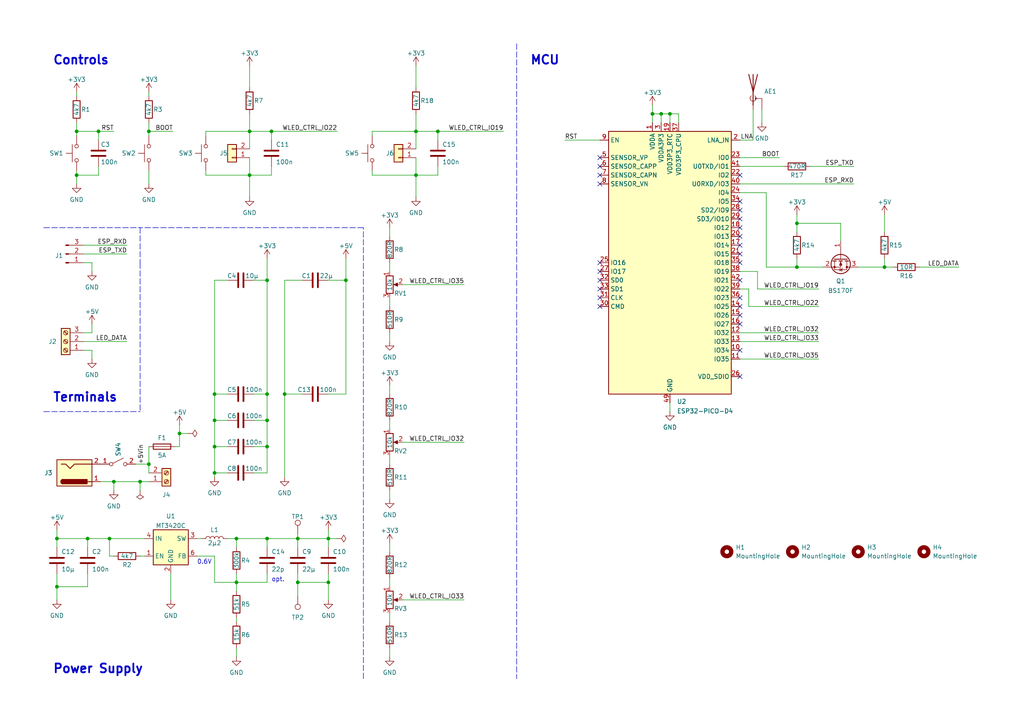
<source format=kicad_sch>
(kicad_sch (version 20211123) (generator eeschema)
  (paper "A4")
  (title_block (title "ESP32 WLED Advanced PCB") (date "2022-02-05") (rev "1.3") (comment 1 "23.02.2022 - Rev 1.3: Änderung der GPIOs für Analog-Eingänge, zweiter Taster"))
  (lib_symbols
    (symbol "Connector:Barrel_Jack" (pin_names (offset 1.016))
      (property "Reference" "J" (at 0 5.334 0))
      (property "Value" "Barrel_Jack" (at 0 -5.08 0))
      (symbol "Barrel_Jack_0_1"
        (rectangle (start -5.08 3.81) (end 5.08 -3.81) (stroke (width 0.254)) (fill (type background)))
        (arc (start -3.302 3.175) (mid -3.937 2.54) (end -3.302 1.905) (stroke (width 0.254)))
        (arc (start -3.302 3.175) (mid -3.937 2.54) (end -3.302 1.905) (stroke (width 0.254)) (fill (type outline)))
        (polyline (pts (xy 5.08 2.54) (xy 3.81 2.54)) (stroke (width 0.254)))
        (polyline (pts (xy -3.81 -2.54) (xy -2.54 -2.54) (xy -1.27 -1.27) (xy 0 -2.54) (xy 2.54 -2.54) (xy 5.08 -2.54)) (stroke (width 0.254)))
        (rectangle (start 3.683 3.175) (end -3.302 1.905) (stroke (width 0.254)) (fill (type outline)))
      )
      (symbol "Barrel_Jack_1_1"
        (pin passive line (at 7.62 2.54 180) (length 2.54) (name "~") (number "1"))
        (pin passive line (at 7.62 -2.54 180) (length 2.54) (name "~") (number "2"))
      )
    )
    (symbol "Connector:Conn_01x03_Male" (pin_names (offset 1.016) hide)
      (property "Reference" "J" (at 0 5.08 0))
      (property "Value" "Conn_01x03_Male" (at 0 -5.08 0))
      (symbol "Conn_01x03_Male_1_1"
        (polyline (pts (xy 1.27 -2.54) (xy 0.8636 -2.54)) (stroke (width 0.1524)))
        (polyline (pts (xy 1.27 0) (xy 0.8636 0)) (stroke (width 0.1524)))
        (polyline (pts (xy 1.27 2.54) (xy 0.8636 2.54)) (stroke (width 0.1524)))
        (rectangle (start 0.8636 -2.413) (end 0 -2.667) (stroke (width 0.1524)) (fill (type outline)))
        (rectangle (start 0.8636 0.127) (end 0 -0.127) (stroke (width 0.1524)) (fill (type outline)))
        (rectangle (start 0.8636 2.667) (end 0 2.413) (stroke (width 0.1524)) (fill (type outline)))
        (pin passive line (at 5.08 2.54 180) (length 3.81) (name "Pin_1") (number "1"))
        (pin passive line (at 5.08 0 180) (length 3.81) (name "Pin_2") (number "2"))
        (pin passive line (at 5.08 -2.54 180) (length 3.81) (name "Pin_3") (number "3"))
      )
    )
    (symbol "Connector:Screw_Terminal_01x02" (pin_names (offset 1.016) hide)
      (property "Reference" "J" (at 0 2.54 0))
      (property "Value" "Screw_Terminal_01x02" (at 0 -5.08 0))
      (symbol "Screw_Terminal_01x02_1_1"
        (rectangle (start -1.27 1.27) (end 1.27 -3.81) (stroke (width 0.254)) (fill (type background)))
        (circle (center 0 -2.54) (radius 0.635) (stroke (width 0.1524)))
        (polyline (pts (xy -0.5334 -2.2098) (xy 0.3302 -3.048)) (stroke (width 0.1524)))
        (polyline (pts (xy -0.5334 0.3302) (xy 0.3302 -0.508)) (stroke (width 0.1524)))
        (polyline (pts (xy -0.3556 -2.032) (xy 0.508 -2.8702)) (stroke (width 0.1524)))
        (polyline (pts (xy -0.3556 0.508) (xy 0.508 -0.3302)) (stroke (width 0.1524)))
        (circle (center 0 0) (radius 0.635) (stroke (width 0.1524)))
        (pin passive line (at -5.08 0 0) (length 3.81) (name "Pin_1") (number "1"))
        (pin passive line (at -5.08 -2.54 0) (length 3.81) (name "Pin_2") (number "2"))
      )
    )
    (symbol "Connector:Screw_Terminal_01x03" (pin_names (offset 1.016) hide)
      (property "Reference" "J" (at 0 5.08 0))
      (property "Value" "Screw_Terminal_01x03" (at 0 -5.08 0))
      (symbol "Screw_Terminal_01x03_1_1"
        (rectangle (start -1.27 3.81) (end 1.27 -3.81) (stroke (width 0.254)) (fill (type background)))
        (circle (center 0 -2.54) (radius 0.635) (stroke (width 0.1524)))
        (polyline (pts (xy -0.5334 -2.2098) (xy 0.3302 -3.048)) (stroke (width 0.1524)))
        (polyline (pts (xy -0.5334 0.3302) (xy 0.3302 -0.508)) (stroke (width 0.1524)))
        (polyline (pts (xy -0.5334 2.8702) (xy 0.3302 2.032)) (stroke (width 0.1524)))
        (polyline (pts (xy -0.3556 -2.032) (xy 0.508 -2.8702)) (stroke (width 0.1524)))
        (polyline (pts (xy -0.3556 0.508) (xy 0.508 -0.3302)) (stroke (width 0.1524)))
        (polyline (pts (xy -0.3556 3.048) (xy 0.508 2.2098)) (stroke (width 0.1524)))
        (circle (center 0 0) (radius 0.635) (stroke (width 0.1524)))
        (circle (center 0 2.54) (radius 0.635) (stroke (width 0.1524)))
        (pin passive line (at -5.08 2.54 0) (length 3.81) (name "Pin_1") (number "1"))
        (pin passive line (at -5.08 0 0) (length 3.81) (name "Pin_2") (number "2"))
        (pin passive line (at -5.08 -2.54 0) (length 3.81) (name "Pin_3") (number "3"))
      )
    )
    (symbol "Connector:TestPoint" (pin_numbers hide) (pin_names (offset 0.762) hide)
      (property "Reference" "TP" (at 0 6.858 0))
      (property "Value" "TestPoint" (at 0 5.08 0))
      (symbol "TestPoint_0_1"
        (circle (center 0 3.302) (radius 0.762))
      )
      (symbol "TestPoint_1_1"
        (pin passive line (at 0 0 90) (length 2.54) (name "1") (number "1"))
      )
    )
    (symbol "Connector_Generic:Conn_01x02" (pin_names (offset 1.016) hide)
      (property "Reference" "J" (at 0 2.54 0))
      (property "Value" "Conn_01x02" (at 0 -5.08 0))
      (symbol "Conn_01x02_1_1"
        (rectangle (start -1.27 -2.413) (end 0 -2.667) (stroke (width 0.1524)))
        (rectangle (start -1.27 0.127) (end 0 -0.127) (stroke (width 0.1524)))
        (rectangle (start -1.27 1.27) (end 1.27 -3.81) (stroke (width 0.254)) (fill (type background)))
        (pin passive line (at -5.08 0 0) (length 3.81) (name "Pin_1") (number "1"))
        (pin passive line (at -5.08 -2.54 0) (length 3.81) (name "Pin_2") (number "2"))
      )
    )
    (symbol "Device:Antenna_Shield" (pin_numbers hide) (pin_names (offset 1.016) hide)
      (property "Reference" "AE" (at -1.905 4.445 0))
      (property "Value" "Antenna_Shield" (at -1.905 2.54 0))
      (symbol "Antenna_Shield_0_1"
        (arc (start -0.508 -1.143) (mid -0.8485 -2.1032) (end 0 -2.667))
        (arc (start 0 -2.667) (mid 0.8047 -2.0885) (end 0.508 -1.143))
        (polyline (pts (xy 0 -2.54) (xy 0 0)))
        (polyline (pts (xy 0 5.08) (xy 0 -3.81)) (stroke (width 0.254)))
        (polyline (pts (xy 0.762 -1.905) (xy 2.54 -1.905)))
        (polyline (pts (xy 2.54 -2.54) (xy 2.54 -1.905)))
        (polyline (pts (xy 1.27 5.08) (xy 0 0) (xy -1.27 5.08)) (stroke (width 0.254)))
        (circle (center 0.762 -1.905) (radius 0.1778) (fill (type outline)))
      )
      (symbol "Antenna_Shield_1_1"
        (pin input line (at 0 -5.08 90) (length 2.54) (name "A") (number "1"))
        (pin input line (at 2.54 -5.08 90) (length 2.54) (name "Shield") (number "2"))
      )
    )
    (symbol "Device:C" (pin_numbers hide) (pin_names (offset 0.254))
      (property "Reference" "C" (at 0.635 2.54 0))
      (property "Value" "C" (at 0.635 -2.54 0))
      (symbol "C_0_1"
        (polyline (pts (xy -2.032 -0.762) (xy 2.032 -0.762)) (stroke (width 0.508)))
        (polyline (pts (xy -2.032 0.762) (xy 2.032 0.762)) (stroke (width 0.508)))
      )
      (symbol "C_1_1"
        (pin passive line (at 0 3.81 270) (length 2.794) (name "~") (number "1"))
        (pin passive line (at 0 -3.81 90) (length 2.794) (name "~") (number "2"))
      )
    )
    (symbol "Device:Fuse" (pin_numbers hide) (pin_names (offset 0))
      (property "Reference" "F" (at 2.032 0 90))
      (property "Value" "Fuse" (at -1.905 0 90))
      (symbol "Fuse_0_1"
        (rectangle (start -0.762 -2.54) (end 0.762 2.54) (stroke (width 0.254)))
        (polyline (pts (xy 0 2.54) (xy 0 -2.54)))
      )
      (symbol "Fuse_1_1"
        (pin passive line (at 0 3.81 270) (length 1.27) (name "~") (number "1"))
        (pin passive line (at 0 -3.81 90) (length 1.27) (name "~") (number "2"))
      )
    )
    (symbol "Device:L" (pin_numbers hide) (pin_names (offset 1.016) hide)
      (property "Reference" "L" (at -1.27 0 90))
      (property "Value" "L" (at 1.905 0 90))
      (symbol "L_0_1"
        (arc (start 0 -2.54) (mid 0.635 -1.905) (end 0 -1.27))
        (arc (start 0 -1.27) (mid 0.635 -0.635) (end 0 0))
        (arc (start 0 0) (mid 0.635 0.635) (end 0 1.27))
        (arc (start 0 1.27) (mid 0.635 1.905) (end 0 2.54))
      )
      (symbol "L_1_1"
        (pin passive line (at 0 3.81 270) (length 1.27) (name "1") (number "1"))
        (pin passive line (at 0 -3.81 90) (length 1.27) (name "2") (number "2"))
      )
    )
    (symbol "Device:Q_NMOS_GSD" (pin_names (offset 0) hide)
      (property "Reference" "Q" (at 5.08 1.27 0))
      (property "Value" "Q_NMOS_GSD" (at 5.08 -1.27 0))
      (symbol "Q_NMOS_GSD_0_1"
        (polyline (pts (xy 0.254 0) (xy -2.54 0)))
        (polyline (pts (xy 0.254 1.905) (xy 0.254 -1.905)) (stroke (width 0.254)))
        (polyline (pts (xy 0.762 -1.27) (xy 0.762 -2.286)) (stroke (width 0.254)))
        (polyline (pts (xy 0.762 0.508) (xy 0.762 -0.508)) (stroke (width 0.254)))
        (polyline (pts (xy 0.762 2.286) (xy 0.762 1.27)) (stroke (width 0.254)))
        (polyline (pts (xy 2.54 2.54) (xy 2.54 1.778)))
        (polyline (pts (xy 2.54 -2.54) (xy 2.54 0) (xy 0.762 0)))
        (polyline (pts (xy 0.762 -1.778) (xy 3.302 -1.778) (xy 3.302 1.778) (xy 0.762 1.778)))
        (polyline (pts (xy 1.016 0) (xy 2.032 0.381) (xy 2.032 -0.381) (xy 1.016 0)) (fill (type outline)))
        (polyline (pts (xy 2.794 0.508) (xy 2.921 0.381) (xy 3.683 0.381) (xy 3.81 0.254)))
        (polyline (pts (xy 3.302 0.381) (xy 2.921 -0.254) (xy 3.683 -0.254) (xy 3.302 0.381)))
        (circle (center 1.651 0) (radius 2.794) (stroke (width 0.254)))
        (circle (center 2.54 -1.778) (radius 0.254) (fill (type outline)))
        (circle (center 2.54 1.778) (radius 0.254) (fill (type outline)))
      )
      (symbol "Q_NMOS_GSD_1_1"
        (pin input line (at -5.08 0 0) (length 2.54) (name "G") (number "1"))
        (pin passive line (at 2.54 -5.08 90) (length 2.54) (name "S") (number "2"))
        (pin passive line (at 2.54 5.08 270) (length 2.54) (name "D") (number "3"))
      )
    )
    (symbol "Device:R" (pin_numbers hide) (pin_names (offset 0))
      (property "Reference" "R" (at 2.032 0 90))
      (property "Value" "R" (at 0 0 90))
      (symbol "R_0_1"
        (rectangle (start -1.016 -2.54) (end 1.016 2.54) (stroke (width 0.254)))
      )
      (symbol "R_1_1"
        (pin passive line (at 0 3.81 270) (length 1.27) (name "~") (number "1"))
        (pin passive line (at 0 -3.81 90) (length 1.27) (name "~") (number "2"))
      )
    )
    (symbol "Device:R_Potentiometer" (pin_names (offset 1.016) hide)
      (property "Reference" "RV" (at -4.445 0 90))
      (property "Value" "R_Potentiometer" (at -2.54 0 90))
      (symbol "R_Potentiometer_0_1"
        (polyline (pts (xy 2.54 0) (xy 1.524 0)))
        (polyline (pts (xy 1.143 0) (xy 2.286 0.508) (xy 2.286 -0.508) (xy 1.143 0)) (fill (type outline)))
        (rectangle (start 1.016 2.54) (end -1.016 -2.54) (stroke (width 0.254)))
      )
      (symbol "R_Potentiometer_1_1"
        (pin passive line (at 0 3.81 270) (length 1.27) (name "1") (number "1"))
        (pin passive line (at 3.81 0 180) (length 1.27) (name "2") (number "2"))
        (pin passive line (at 0 -3.81 90) (length 1.27) (name "3") (number "3"))
      )
    )
    (symbol "MT3420C:MT3420C"
      (property "Reference" "U" (at -2.54 8.89 0))
      (property "Value" "MT3420C" (at -3.81 6.35 0))
      (symbol "MT3420C_0_1"
        (rectangle (start -5.08 5.08) (end 5.08 -5.08) (stroke (width 0.254)) (fill (type background)))
      )
      (symbol "MT3420C_1_1"
        (pin input line (at -7.62 -2.54 0) (length 2.54) (name "EN") (number "1"))
        (pin power_in line (at 0 -7.62 90) (length 2.54) (name "GND") (number "2"))
        (pin passive line (at 7.62 2.54 180) (length 2.54) (name "SW") (number "3"))
        (pin power_in line (at -7.62 2.54 0) (length 2.54) (name "IN") (number "4"))
        (pin no_connect line (at 5.08 0 180) (length 2.54) hide (name "NC") (number "5"))
        (pin input line (at 7.62 -2.54 180) (length 2.54) (name "FB") (number "6"))
      )
    )
    (symbol "Mechanical:MountingHole" (pin_names (offset 1.016))
      (property "Reference" "H" (at 0 5.08 0))
      (property "Value" "MountingHole" (at 0 3.175 0))
      (symbol "MountingHole_0_1"
        (circle (center 0 0) (radius 1.27) (stroke (width 1.27)))
      )
    )
    (symbol "RF_Module:ESP32-PICO-D4"
      (property "Reference" "U" (at -17.78 39.37 0))
      (property "Value" "ESP32-PICO-D4" (at 3.81 39.37 0))
      (symbol "ESP32-PICO-D4_0_0"
        (pin power_in line (at -5.08 40.64 270) (length 2.54) (name "VDDA") (number "1"))
        (pin input line (at 20.32 -25.4 180) (length 2.54) (name "IO34") (number "10"))
        (pin input line (at 20.32 -27.94 180) (length 2.54) (name "IO35") (number "11"))
        (pin bidirectional line (at 20.32 -20.32 180) (length 2.54) (name "IO32") (number "12"))
        (pin bidirectional line (at 20.32 -22.86 180) (length 2.54) (name "IO33") (number "13"))
        (pin bidirectional line (at 20.32 -12.7 180) (length 2.54) (name "IO25") (number "14"))
        (pin bidirectional line (at 20.32 -15.24 180) (length 2.54) (name "IO26") (number "15"))
        (pin bidirectional line (at 20.32 -17.78 180) (length 2.54) (name "IO27") (number "16"))
        (pin bidirectional line (at 20.32 5.08 180) (length 2.54) (name "IO14") (number "17"))
        (pin bidirectional line (at 20.32 10.16 180) (length 2.54) (name "IO12") (number "18"))
        (pin power_in line (at 0 40.64 270) (length 2.54) (name "VDD3P3_RTC") (number "19"))
        (pin bidirectional line (at 20.32 35.56 180) (length 2.54) (name "LNA_IN") (number "2"))
        (pin bidirectional line (at 20.32 7.62 180) (length 2.54) (name "IO13") (number "20"))
        (pin bidirectional line (at 20.32 2.54 180) (length 2.54) (name "IO15") (number "21"))
        (pin bidirectional line (at 20.32 25.4 180) (length 2.54) (name "IO2") (number "22"))
        (pin bidirectional line (at 20.32 30.48 180) (length 2.54) (name "IO0") (number "23"))
        (pin bidirectional line (at 20.32 20.32 180) (length 2.54) (name "IO4") (number "24"))
        (pin bidirectional line (at -20.32 0 0) (length 2.54) (name "IO16") (number "25"))
        (pin power_out line (at 20.32 -33.02 180) (length 2.54) (name "VDD_SDIO") (number "26"))
        (pin bidirectional line (at -20.32 -2.54 0) (length 2.54) (name "IO17") (number "27"))
        (pin bidirectional line (at 20.32 15.24 180) (length 2.54) (name "SD2/IO9") (number "28"))
        (pin bidirectional line (at 20.32 12.7 180) (length 2.54) (name "SD3/IO10") (number "29"))
        (pin power_in line (at -2.54 40.64 270) (length 2.54) (name "VDDA3P3") (number "3"))
        (pin bidirectional line (at -20.32 -12.7 0) (length 2.54) (name "CMD") (number "30"))
        (pin bidirectional line (at -20.32 -10.16 0) (length 2.54) (name "CLK") (number "31"))
        (pin bidirectional line (at -20.32 -5.08 0) (length 2.54) (name "SD0") (number "32"))
        (pin bidirectional line (at -20.32 -7.62 0) (length 2.54) (name "SD1") (number "33"))
        (pin bidirectional line (at 20.32 17.78 180) (length 2.54) (name "IO5") (number "34"))
        (pin bidirectional line (at 20.32 0 180) (length 2.54) (name "IO18") (number "35"))
        (pin bidirectional line (at 20.32 -10.16 180) (length 2.54) (name "IO23") (number "36"))
        (pin power_in line (at 2.54 40.64 270) (length 2.54) (name "VDD3P3_CPU") (number "37"))
        (pin bidirectional line (at 20.32 -2.54 180) (length 2.54) (name "IO19") (number "38"))
        (pin bidirectional line (at 20.32 -7.62 180) (length 2.54) (name "IO22") (number "39"))
        (pin passive line (at -2.54 40.64 270) (length 2.54) hide (name "VDDA3P3") (number "4"))
        (pin bidirectional line (at 20.32 22.86 180) (length 2.54) (name "U0RXD/IO3") (number "40"))
        (pin bidirectional line (at 20.32 27.94 180) (length 2.54) (name "U0TXD/IO1") (number "41"))
        (pin bidirectional line (at 20.32 -5.08 180) (length 2.54) (name "IO21") (number "42"))
        (pin passive line (at -5.08 40.64 270) (length 2.54) hide (name "VDDA") (number "43"))
        (pin no_connect line (at -17.78 -25.4 0) (length 2.54) hide (name "XTAL_N_NC") (number "44"))
        (pin no_connect line (at -17.78 -27.94 0) (length 2.54) hide (name "XTAL_P_NC") (number "45"))
        (pin passive line (at -5.08 40.64 270) (length 2.54) hide (name "VDDA") (number "46"))
        (pin no_connect line (at -17.78 -30.48 0) (length 2.54) hide (name "CAP2_NC") (number "47"))
        (pin no_connect line (at -17.78 -33.02 0) (length 2.54) hide (name "CAP1_NC") (number "48"))
        (pin power_in line (at 0 -40.64 90) (length 2.54) (name "GND") (number "49"))
        (pin input line (at -20.32 30.48 0) (length 2.54) (name "SENSOR_VP") (number "5"))
        (pin input line (at -20.32 27.94 0) (length 2.54) (name "SENSOR_CAPP") (number "6"))
        (pin input line (at -20.32 25.4 0) (length 2.54) (name "SENSOR_CAPN") (number "7"))
        (pin input line (at -20.32 22.86 0) (length 2.54) (name "SENSOR_VN") (number "8"))
        (pin input line (at -20.32 35.56 0) (length 2.54) (name "EN") (number "9"))
      )
      (symbol "ESP32-PICO-D4_0_1"
        (rectangle (start -17.78 38.1) (end 17.78 -38.1) (stroke (width 0.254)) (fill (type background)))
      )
    )
    (symbol "Switch:SW_Push" (pin_numbers hide) (pin_names (offset 1.016) hide)
      (property "Reference" "SW" (at 1.27 2.54 0))
      (property "Value" "SW_Push" (at 0 -1.524 0))
      (symbol "SW_Push_0_1"
        (circle (center -2.032 0) (radius 0.508))
        (polyline (pts (xy 0 1.27) (xy 0 3.048)))
        (polyline (pts (xy 2.54 1.27) (xy -2.54 1.27)))
        (circle (center 2.032 0) (radius 0.508))
        (pin passive line (at -5.08 0 0) (length 2.54) (name "1") (number "1"))
        (pin passive line (at 5.08 0 180) (length 2.54) (name "2") (number "2"))
      )
    )
    (symbol "Switch:SW_SPST" (pin_names (offset 0) hide)
      (property "Reference" "SW" (at 0 3.175 0))
      (property "Value" "SW_SPST" (at 0 -2.54 0))
      (symbol "SW_SPST_0_0"
        (circle (center -2.032 0) (radius 0.508))
        (polyline (pts (xy -1.524 0.254) (xy 1.524 1.778)))
        (circle (center 2.032 0) (radius 0.508))
      )
      (symbol "SW_SPST_1_1"
        (pin passive line (at -5.08 0 0) (length 2.54) (name "A") (number "1"))
        (pin passive line (at 5.08 0 180) (length 2.54) (name "B") (number "2"))
      )
    )
    (symbol "power:+3V3" (power) (pin_names (offset 0))
      (property "Value" "+3V3" (at 0 3.556 0))
      (symbol "+3V3_0_1"
        (polyline (pts (xy -0.762 1.27) (xy 0 2.54)))
        (polyline (pts (xy 0 0) (xy 0 2.54)))
        (polyline (pts (xy 0 2.54) (xy 0.762 1.27)))
      )
      (symbol "+3V3_1_1"
        (pin power_in line (at 0 0 90) (length 0) hide (name "+3V3") (number "1"))
      )
    )
    (symbol "power:+5V" (power) (pin_names (offset 0))
      (property "Value" "+5V" (at 0 3.556 0))
      (symbol "+5V_0_1"
        (polyline (pts (xy -0.762 1.27) (xy 0 2.54)))
        (polyline (pts (xy 0 0) (xy 0 2.54)))
        (polyline (pts (xy 0 2.54) (xy 0.762 1.27)))
      )
      (symbol "+5V_1_1"
        (pin power_in line (at 0 0 90) (length 0) hide (name "+5V") (number "1"))
      )
    )
    (symbol "power:GND" (power) (pin_names (offset 0))
      (property "Value" "GND" (at 0 -3.81 0))
      (symbol "GND_0_1"
        (polyline (pts (xy 0 0) (xy 0 -1.27) (xy 1.27 -1.27) (xy 0 -2.54) (xy -1.27 -1.27) (xy 0 -1.27)))
      )
      (symbol "GND_1_1"
        (pin power_in line (at 0 0 270) (length 0) hide (name "GND") (number "1"))
      )
    )
    (symbol "power:PWR_FLAG" (power) (pin_numbers hide) (pin_names (offset 0) hide)
      (property "Value" "PWR_FLAG" (at 0 3.81 0))
      (symbol "PWR_FLAG_0_0"
        (pin power_out line (at 0 0 90) (length 0) (name "pwr") (number "1"))
      )
      (symbol "PWR_FLAG_0_1"
        (polyline (pts (xy 0 0) (xy 0 1.27) (xy -1.016 1.905) (xy 0 2.54) (xy 1.016 1.905) (xy 0 1.27)))
      )
    )
  )
  (junction (at 127 38.1))
  (junction (at 62.23 137.16))
  (junction (at 62.23 114.3))
  (junction (at 95.25 156.21))
  (junction (at 231.14 77.47))
  (junction (at 22.225 38.1))
  (junction (at 194.31 33.02))
  (junction (at 33.02 139.7))
  (junction (at 78.74 38.1))
  (junction (at 77.47 129.54))
  (junction (at 72.39 38.1))
  (junction (at 191.77 33.02))
  (junction (at 52.07 125.73))
  (junction (at 86.36 156.21))
  (junction (at 28.575 38.1))
  (junction (at 43.18 134.62))
  (junction (at 62.23 129.54))
  (junction (at 189.23 33.02))
  (junction (at 40.64 139.7))
  (junction (at 100.33 81.28))
  (junction (at 86.36 168.91))
  (junction (at 77.47 81.28))
  (junction (at 16.51 156.21))
  (junction (at 82.55 114.3))
  (junction (at 256.54 77.47))
  (junction (at 62.23 121.92))
  (junction (at 68.58 156.21))
  (junction (at 25.4 156.21))
  (junction (at 68.58 168.91))
  (junction (at 120.65 50.8))
  (junction (at 77.47 114.3))
  (junction (at 31.75 156.21))
  (junction (at 231.14 64.77))
  (junction (at 77.47 121.92))
  (junction (at 77.47 156.21))
  (junction (at 16.51 170.18))
  (junction (at 72.39 50.8))
  (junction (at 22.225 50.8))
  (junction (at 120.65 38.1))
  (junction (at 43.18 38.1))
  (junction (at 95.25 168.91))
  (no_connect (at 214.63 60.96))
  (no_connect (at 214.63 73.66))
  (no_connect (at 214.63 50.8))
  (no_connect (at 173.99 45.72))
  (no_connect (at 173.99 53.34))
  (no_connect (at 214.63 93.98))
  (no_connect (at 214.63 81.28))
  (no_connect (at 173.99 81.28))
  (no_connect (at 173.99 76.2))
  (no_connect (at 214.63 88.9))
  (no_connect (at 214.63 71.12))
  (no_connect (at 214.63 86.36))
  (no_connect (at 214.63 76.2))
  (no_connect (at 214.63 63.5))
  (no_connect (at 214.63 91.44))
  (no_connect (at 173.99 48.26))
  (no_connect (at 214.63 68.58))
  (no_connect (at 214.63 109.22))
  (no_connect (at 214.63 101.6))
  (no_connect (at 214.63 66.04))
  (no_connect (at 214.63 58.42))
  (no_connect (at 173.99 83.82))
  (no_connect (at 173.99 86.36))
  (no_connect (at 173.99 88.9))
  (no_connect (at 173.99 78.74))
  (no_connect (at 173.99 50.8))
  (wire (pts (xy 113.03 66.04) (xy 113.03 68.58)))
  (wire (pts (xy 86.36 166.37) (xy 86.36 168.91)))
  (wire (pts (xy 231.14 77.47) (xy 238.76 77.47)))
  (wire (pts (xy 77.47 166.37) (xy 77.47 168.91)))
  (wire (pts (xy 217.17 88.9) (xy 237.49 88.9)))
  (polyline (pts (xy 40.64 76.2) (xy 40.64 119.38)))
  (wire (pts (xy 231.14 74.93) (xy 231.14 77.47)))
  (wire (pts (xy 120.65 38.1) (xy 127 38.1)))
  (wire (pts (xy 73.66 81.28) (xy 77.47 81.28)))
  (wire (pts (xy 113.03 157.48) (xy 113.03 160.02)))
  (wire (pts (xy 22.225 26.67) (xy 22.225 27.94)))
  (wire (pts (xy 95.25 153.67) (xy 95.25 156.21)))
  (wire (pts (xy 77.47 156.21) (xy 86.36 156.21)))
  (wire (pts (xy 26.67 76.2) (xy 26.67 78.74)))
  (wire (pts (xy 24.13 96.52) (xy 26.67 96.52)))
  (wire (pts (xy 189.23 33.02) (xy 189.23 35.56)))
  (wire (pts (xy 222.25 77.47) (xy 231.14 77.47)))
  (wire (pts (xy 62.23 129.54) (xy 66.04 129.54)))
  (wire (pts (xy 62.23 137.16) (xy 62.23 129.54)))
  (wire (pts (xy 77.47 158.75) (xy 77.47 156.21)))
  (wire (pts (xy 127 38.1) (xy 146.05 38.1)))
  (wire (pts (xy 127 48.26) (xy 127 50.8)))
  (wire (pts (xy 40.64 139.7) (xy 40.64 142.24)))
  (wire (pts (xy 62.23 137.16) (xy 66.04 137.16)))
  (wire (pts (xy 219.71 83.82) (xy 237.49 83.82)))
  (wire (pts (xy 196.85 33.02) (xy 196.85 35.56)))
  (wire (pts (xy 22.225 38.1) (xy 28.575 38.1)))
  (wire (pts (xy 72.39 57.15) (xy 72.39 50.8)))
  (wire (pts (xy 52.07 129.54) (xy 50.8 129.54)))
  (wire (pts (xy 16.51 170.18) (xy 25.4 170.18)))
  (wire (pts (xy 120.65 19.05) (xy 120.65 25.4)))
  (wire (pts (xy 86.36 156.21) (xy 86.36 158.75)))
  (wire (pts (xy 24.13 76.2) (xy 26.67 76.2)))
  (wire (pts (xy 107.95 49.53) (xy 107.95 50.8)))
  (wire (pts (xy 100.33 81.28) (xy 95.25 81.28)))
  (wire (pts (xy 194.31 33.02) (xy 196.85 33.02)))
  (wire (pts (xy 100.33 114.3) (xy 100.33 81.28)))
  (wire (pts (xy 214.63 53.34) (xy 247.65 53.34)))
  (wire (pts (xy 24.13 73.66) (xy 36.83 73.66)))
  (wire (pts (xy 95.25 168.91) (xy 86.36 168.91)))
  (wire (pts (xy 231.14 62.23) (xy 231.14 64.77)))
  (wire (pts (xy 22.225 35.56) (xy 22.225 38.1)))
  (wire (pts (xy 73.66 121.92) (xy 77.47 121.92)))
  (wire (pts (xy 68.58 156.21) (xy 68.58 158.75)))
  (wire (pts (xy 191.77 33.02) (xy 194.31 33.02)))
  (wire (pts (xy 86.36 168.91) (xy 86.36 172.72)))
  (wire (pts (xy 33.02 161.29) (xy 31.75 161.29)))
  (wire (pts (xy 266.7 77.47) (xy 278.13 77.47)))
  (wire (pts (xy 62.23 161.29) (xy 57.15 161.29)))
  (wire (pts (xy 16.51 156.21) (xy 25.4 156.21)))
  (wire (pts (xy 77.47 129.54) (xy 77.47 137.16)))
  (wire (pts (xy 219.71 78.74) (xy 219.71 83.82)))
  (wire (pts (xy 26.67 96.52) (xy 26.67 93.98)))
  (wire (pts (xy 59.69 38.1) (xy 72.39 38.1)))
  (wire (pts (xy 43.18 49.53) (xy 43.18 53.34)))
  (wire (pts (xy 120.65 45.72) (xy 120.65 50.8)))
  (wire (pts (xy 43.18 39.37) (xy 43.18 38.1)))
  (wire (pts (xy 62.23 129.54) (xy 62.23 121.92)))
  (wire (pts (xy 120.65 33.02) (xy 120.65 38.1)))
  (wire (pts (xy 82.55 81.28) (xy 82.55 114.3)))
  (wire (pts (xy 73.66 114.3) (xy 77.47 114.3)))
  (wire (pts (xy 113.03 96.52) (xy 113.03 99.06)))
  (wire (pts (xy 26.67 101.6) (xy 26.67 104.14)))
  (wire (pts (xy 113.03 187.96) (xy 113.03 190.5)))
  (polyline (pts (xy 40.64 66.04) (xy 40.64 76.2)))
  (wire (pts (xy 220.98 31.75) (xy 220.98 35.56)))
  (wire (pts (xy 217.17 83.82) (xy 214.63 83.82)))
  (wire (pts (xy 24.13 71.12) (xy 36.83 71.12)))
  (wire (pts (xy 194.31 116.84) (xy 194.31 119.38)))
  (wire (pts (xy 78.74 38.1) (xy 97.79 38.1)))
  (wire (pts (xy 116.84 173.99) (xy 134.62 173.99)))
  (wire (pts (xy 62.23 121.92) (xy 62.23 114.3)))
  (wire (pts (xy 214.63 45.72) (xy 226.06 45.72)))
  (wire (pts (xy 82.55 114.3) (xy 82.55 138.43)))
  (wire (pts (xy 214.63 96.52) (xy 237.49 96.52)))
  (polyline (pts (xy 12.7 119.38) (xy 40.64 119.38)))
  (wire (pts (xy 33.02 139.7) (xy 40.64 139.7)))
  (wire (pts (xy 25.4 166.37) (xy 25.4 170.18)))
  (wire (pts (xy 28.575 48.26) (xy 28.575 50.8)))
  (wire (pts (xy 25.4 156.21) (xy 25.4 158.75)))
  (wire (pts (xy 43.18 134.62) (xy 43.18 137.16)))
  (wire (pts (xy 33.02 139.7) (xy 33.02 142.24)))
  (wire (pts (xy 77.47 81.28) (xy 77.47 114.3)))
  (polyline (pts (xy 12.7 66.04) (xy 40.64 66.04)))
  (wire (pts (xy 120.65 57.15) (xy 120.65 50.8)))
  (wire (pts (xy 62.23 121.92) (xy 66.04 121.92)))
  (wire (pts (xy 113.03 142.24) (xy 113.03 144.78)))
  (wire (pts (xy 107.95 38.1) (xy 120.65 38.1)))
  (wire (pts (xy 78.74 38.1) (xy 78.74 40.64)))
  (wire (pts (xy 31.75 161.29) (xy 31.75 156.21)))
  (wire (pts (xy 72.39 45.72) (xy 72.39 50.8)))
  (wire (pts (xy 222.25 55.88) (xy 222.25 77.47)))
  (wire (pts (xy 214.63 78.74) (xy 219.71 78.74)))
  (wire (pts (xy 59.69 50.8) (xy 72.39 50.8)))
  (wire (pts (xy 234.95 48.26) (xy 247.65 48.26)))
  (wire (pts (xy 107.95 50.8) (xy 120.65 50.8)))
  (wire (pts (xy 22.225 50.8) (xy 22.225 49.53)))
  (wire (pts (xy 68.58 179.07) (xy 68.58 180.34)))
  (wire (pts (xy 28.575 50.8) (xy 22.225 50.8)))
  (wire (pts (xy 214.63 48.26) (xy 227.33 48.26)))
  (wire (pts (xy 62.23 138.43) (xy 62.23 137.16)))
  (wire (pts (xy 214.63 104.14) (xy 237.49 104.14)))
  (wire (pts (xy 59.69 49.53) (xy 59.69 50.8)))
  (wire (pts (xy 113.03 111.76) (xy 113.03 114.3)))
  (wire (pts (xy 82.55 114.3) (xy 87.63 114.3)))
  (wire (pts (xy 189.23 30.48) (xy 189.23 33.02)))
  (wire (pts (xy 77.47 74.93) (xy 77.47 81.28)))
  (wire (pts (xy 66.04 156.21) (xy 68.58 156.21)))
  (wire (pts (xy 68.58 168.91) (xy 62.23 168.91)))
  (wire (pts (xy 72.39 38.1) (xy 78.74 38.1)))
  (wire (pts (xy 95.25 156.21) (xy 97.79 156.21)))
  (wire (pts (xy 77.47 168.91) (xy 68.58 168.91)))
  (wire (pts (xy 68.58 156.21) (xy 77.47 156.21)))
  (wire (pts (xy 68.58 166.37) (xy 68.58 168.91)))
  (wire (pts (xy 218.44 31.75) (xy 218.44 40.64)))
  (wire (pts (xy 95.25 156.21) (xy 95.25 158.75)))
  (wire (pts (xy 41.91 161.29) (xy 40.64 161.29)))
  (polyline (pts (xy 149.86 12.7) (xy 149.86 196.85)))
  (wire (pts (xy 72.39 38.1) (xy 72.39 43.18)))
  (wire (pts (xy 52.07 125.73) (xy 54.61 125.73)))
  (wire (pts (xy 243.84 64.77) (xy 243.84 69.85)))
  (wire (pts (xy 113.03 76.2) (xy 113.03 78.74)))
  (wire (pts (xy 52.07 125.73) (xy 52.07 123.19)))
  (wire (pts (xy 217.17 88.9) (xy 217.17 83.82)))
  (wire (pts (xy 113.03 121.92) (xy 113.03 124.46)))
  (wire (pts (xy 62.23 81.28) (xy 62.23 114.3)))
  (wire (pts (xy 43.18 129.54) (xy 43.18 134.62)))
  (wire (pts (xy 113.03 177.8) (xy 113.03 180.34)))
  (wire (pts (xy 73.66 129.54) (xy 77.47 129.54)))
  (wire (pts (xy 57.15 156.21) (xy 58.42 156.21)))
  (wire (pts (xy 78.74 50.8) (xy 72.39 50.8)))
  (wire (pts (xy 77.47 121.92) (xy 77.47 129.54)))
  (wire (pts (xy 59.69 39.37) (xy 59.69 38.1)))
  (wire (pts (xy 113.03 132.08) (xy 113.03 134.62)))
  (wire (pts (xy 22.225 39.37) (xy 22.225 38.1)))
  (wire (pts (xy 113.03 86.36) (xy 113.03 88.9)))
  (wire (pts (xy 256.54 74.93) (xy 256.54 77.47)))
  (wire (pts (xy 116.84 82.55) (xy 134.62 82.55)))
  (wire (pts (xy 22.225 50.8) (xy 22.225 53.34)))
  (wire (pts (xy 163.83 40.64) (xy 173.99 40.64)))
  (wire (pts (xy 127 50.8) (xy 120.65 50.8)))
  (wire (pts (xy 95.25 114.3) (xy 100.33 114.3)))
  (wire (pts (xy 95.25 166.37) (xy 95.25 168.91)))
  (wire (pts (xy 25.4 156.21) (xy 31.75 156.21)))
  (wire (pts (xy 24.13 101.6) (xy 26.67 101.6)))
  (polyline (pts (xy 105.41 196.85) (xy 105.41 66.04)))
  (wire (pts (xy 52.07 125.73) (xy 52.07 129.54)))
  (wire (pts (xy 68.58 168.91) (xy 68.58 171.45)))
  (polyline (pts (xy 105.41 66.04) (xy 40.64 66.04)))
  (wire (pts (xy 16.51 166.37) (xy 16.51 170.18)))
  (wire (pts (xy 72.39 19.05) (xy 72.39 25.4)))
  (wire (pts (xy 231.14 64.77) (xy 243.84 64.77)))
  (wire (pts (xy 43.18 26.67) (xy 43.18 27.94)))
  (wire (pts (xy 40.64 139.7) (xy 43.18 139.7)))
  (wire (pts (xy 214.63 99.06) (xy 237.49 99.06)))
  (wire (pts (xy 256.54 77.47) (xy 259.08 77.47)))
  (wire (pts (xy 86.36 156.21) (xy 95.25 156.21)))
  (wire (pts (xy 62.23 168.91) (xy 62.23 161.29)))
  (wire (pts (xy 78.74 48.26) (xy 78.74 50.8)))
  (wire (pts (xy 28.575 38.1) (xy 33.02 38.1)))
  (wire (pts (xy 100.33 74.93) (xy 100.33 81.28)))
  (wire (pts (xy 194.31 33.02) (xy 194.31 35.56)))
  (wire (pts (xy 72.39 33.02) (xy 72.39 38.1)))
  (wire (pts (xy 95.25 168.91) (xy 95.25 173.99)))
  (wire (pts (xy 68.58 187.96) (xy 68.58 190.5)))
  (wire (pts (xy 29.21 139.7) (xy 33.02 139.7)))
  (wire (pts (xy 86.36 154.94) (xy 86.36 156.21)))
  (wire (pts (xy 31.75 156.21) (xy 41.91 156.21)))
  (wire (pts (xy 214.63 55.88) (xy 222.25 55.88)))
  (wire (pts (xy 77.47 114.3) (xy 77.47 121.92)))
  (wire (pts (xy 39.37 134.62) (xy 43.18 134.62)))
  (wire (pts (xy 189.23 33.02) (xy 191.77 33.02)))
  (wire (pts (xy 24.13 99.06) (xy 36.83 99.06)))
  (wire (pts (xy 107.95 39.37) (xy 107.95 38.1)))
  (wire (pts (xy 62.23 81.28) (xy 66.04 81.28)))
  (wire (pts (xy 256.54 77.47) (xy 248.92 77.47)))
  (wire (pts (xy 16.51 153.67) (xy 16.51 156.21)))
  (wire (pts (xy 73.66 137.16) (xy 77.47 137.16)))
  (wire (pts (xy 49.53 166.37) (xy 49.53 173.99)))
  (wire (pts (xy 43.18 35.56) (xy 43.18 38.1)))
  (wire (pts (xy 28.575 38.1) (xy 28.575 40.64)))
  (wire (pts (xy 120.65 38.1) (xy 120.65 43.18)))
  (wire (pts (xy 16.51 170.18) (xy 16.51 173.99)))
  (wire (pts (xy 191.77 33.02) (xy 191.77 35.56)))
  (wire (pts (xy 256.54 62.23) (xy 256.54 67.31)))
  (wire (pts (xy 218.44 40.64) (xy 214.63 40.64)))
  (wire (pts (xy 231.14 64.77) (xy 231.14 67.31)))
  (wire (pts (xy 16.51 156.21) (xy 16.51 158.75)))
  (wire (pts (xy 127 38.1) (xy 127 40.64)))
  (wire (pts (xy 113.03 167.64) (xy 113.03 170.18)))
  (wire (pts (xy 43.18 38.1) (xy 50.165 38.1)))
  (wire (pts (xy 62.23 114.3) (xy 66.04 114.3)))
  (wire (pts (xy 116.84 128.27) (xy 134.62 128.27)))
  (wire (pts (xy 87.63 81.28) (xy 82.55 81.28)))
  (text "0.6V" (at 57.15 163.83 0) (effects (font (size 1.27 1.27)) (justify left bottom)))
  (text "Terminals\n" (at 15.24 116.84 0) (effects (font (size 2.54 2.54) (thickness 0.508) bold) (justify left bottom)))
  (text "Controls" (at 15.24 19.05 0) (effects (font (size 2.54 2.54) (thickness 0.508) bold) (justify left bottom)))
  (text "opt.\n" (at 78.74 168.91 0) (effects (font (size 1.27 1.27)) (justify left bottom)))
  (text "Power Supply" (at 15.24 195.58 0) (effects (font (size 2.54 2.54) (thickness 0.508) bold) (justify left bottom)))
  (text "MCU" (at 153.67 19.05 0) (effects (font (size 2.54 2.54) (thickness 0.508) bold) (justify left bottom)))
  (label "LNA" (at 218.44 40.64 180))
  (label "WLED_CTRL_IO35" (at 134.62 82.55 180))
  (label "WLED_CTRL_IO32" (at 134.62 128.27 180))
  (label "WLED_CTRL_IO19" (at 237.49 83.82 180))
  (label "LED_DATA" (at 36.83 99.06 180))
  (label "RST" (at 163.83 40.64 0))
  (label "WLED_CTRL_IO19" (at 146.05 38.1 180))
  (label "BOOT" (at 226.06 45.72 180))
  (label "WLED_CTRL_IO22" (at 97.79 38.1 180))
  (label "+5Vin" (at 41.91 134.62 90))
  (label "ESP_RXD" (at 247.65 53.34 180))
  (label "WLED_CTRL_IO33" (at 134.62 173.99 180))
  (label "ESP_TXD" (at 247.65 48.26 180))
  (label "ESP_TXD" (at 36.83 73.66 180))
  (label "WLED_CTRL_IO35" (at 237.49 104.14 180))
  (label "ESP_RXD" (at 36.83 71.12 180))
  (label "RST" (at 33.02 38.1 180))
  (label "LED_DATA" (at 278.13 77.47 180))
  (label "WLED_CTRL_IO22" (at 237.49 88.9 180))
  (label "WLED_CTRL_IO33" (at 237.49 99.06 180))
  (label "BOOT" (at 50.165 38.1 180))
  (label "WLED_CTRL_IO32" (at 237.49 96.52 180))
  (symbol (lib_id "Switch:SW_Push") (at 107.95 44.45 90) (unit 1) (on_board no)
    (property "Reference" "SW5" (at 104.14 44.45 90) (effects (justify left)))
    (property "Value" "SW_Push" (effects hide))
  )
  (symbol (lib_id "Switch:SW_Push") (at 22.225 44.45 90) (unit 1)
    (property "Reference" "SW1" (at 18.415 44.45 90) (effects (justify left)))
    (property "Value" "SW_Push" (effects hide))
    (property "Footprint" "Footprints:SW_XUNPU_TS-1077S" (effects hide))
  )
  (symbol (lib_id "Device:C") (at 28.575 44.45 180) (unit 1)
    (property "Reference" "C3" (at 29.21 41.91 0) (effects (justify right)))
    (property "Value" "100n" (at 29.21 46.99 0) (effects (justify right)))
    (property "Footprint" "Capacitor_SMD:C_0805_2012Metric" (effects hide))
  )
  (symbol (lib_id "Device:R_Potentiometer") (at 113.03 128.27 0) (unit 1)
    (property "Reference" "RV2" (at 114.3 130.81 0) (effects (justify left)))
    (property "Value" "10k" (at 113.03 128.27 90))
    (property "Footprint" "Footprints:Potentiometer_Bourns_PDB181-K415K-x" (effects hide))
  )
  (symbol (lib_id "Device:R_Potentiometer") (at 113.03 82.55 0) (unit 1)
    (property "Reference" "RV1" (at 114.3 85.09 0) (effects (justify left)))
    (property "Value" "10k" (at 113.03 82.55 90))
    (property "Footprint" "Footprints:Potentiometer_Bourns_PDB181-K415K-x" (effects hide))
  )
  (symbol (lib_id "power:GND") (at 194.31 119.38 0) (unit 1)
    (property "Reference" "#PWR027" (effects hide))
    (property "Value" "GND" (at 194.31 123.9425 0))
  )
  (symbol (lib_id "Device:R") (at 43.18 31.75 0) (unit 1)
    (property "Reference" "R3" (at 44.45 31.75 0) (effects (justify left)))
    (property "Value" "4k7" (at 43.18 31.75 90))
    (property "Footprint" "Resistor_SMD:R_0805_2012Metric" (effects hide))
  )
  (symbol (lib_id "power:GND") (at 43.18 53.34 0) (unit 1)
    (property "Reference" "#PWR011" (effects hide))
    (property "Value" "GND" (at 43.18 57.9025 0))
  )
  (symbol (lib_id "power:+3V3") (at 113.03 111.76 0) (unit 1)
    (property "Reference" "#PWR022" (effects hide))
    (property "Value" "+3V3" (at 113.03 108.1555 0))
  )
  (symbol (lib_id "Device:Q_NMOS_GSD") (at 243.84 74.93 270) (unit 1)
    (property "Reference" "Q1" (at 243.84 81.5245 90))
    (property "Value" "BS170F" (at 243.84 84.2996 90))
    (property "Footprint" "Package_TO_SOT_SMD:SOT-23" (effects hide))
  )
  (symbol (lib_id "power:+3V3") (at 189.23 30.48 0) (unit 1)
    (property "Reference" "#PWR026" (effects hide))
    (property "Value" "+3V3" (at 189.23 26.8755 0))
  )
  (symbol (lib_id "power:GND") (at 220.98 35.56 0) (unit 1)
    (property "Reference" "#PWR028" (effects hide))
    (property "Value" "GND" (at 220.98 40.1225 0))
  )
  (symbol (lib_id "Connector:TestPoint") (at 86.36 154.94 0) (unit 1)
    (property "Reference" "TP1" (at 86.36 149.86 0))
    (property "Value" "3V3" (effects hide))
    (property "Footprint" "TestPoint:TestPoint_THTPad_D1.0mm_Drill0.5mm" (effects hide))
  )
  (symbol (lib_id "Device:C") (at 69.85 129.54 90) (unit 1)
    (property "Reference" "C7" (at 68.58 128.27 90) (effects (justify left)))
    (property "Value" "100n" (at 71.12 128.27 90) (effects (justify right)))
    (property "Footprint" "Capacitor_SMD:C_0805_2012Metric" (effects hide))
  )
  (symbol (lib_id "Mechanical:MountingHole") (at 210.82 160.02 0) (unit 1)
    (property "Reference" "H1" (at 213.36 158.7499 0) (effects (justify left)))
    (property "Value" "MountingHole" (at 213.36 161.2899 0) (effects (justify left)))
    (property "Footprint" "MountingHole:MountingHole_3.2mm_M3_DIN965" (effects hide))
  )
  (symbol (lib_id "Device:R") (at 68.58 175.26 0) (unit 1)
    (property "Reference" "R5" (at 69.85 175.26 0) (effects (justify left)))
    (property "Value" "51k" (at 68.58 175.26 90))
    (property "Footprint" "Resistor_SMD:R_0805_2012Metric" (effects hide))
  )
  (symbol (lib_id "power:GND") (at 95.25 173.99 0) (unit 1)
    (property "Reference" "#PWR016" (effects hide))
    (property "Value" "GND" (at 95.25 178.5525 0))
  )
  (symbol (lib_id "Device:C") (at 25.4 162.56 0) (unit 1)
    (property "Reference" "C2" (at 26.67 160.02 0) (effects (justify left)))
    (property "Value" "100n" (at 26.67 165.1 0) (effects (justify left)))
    (property "Footprint" "Capacitor_SMD:C_0805_2012Metric" (effects hide))
  )
  (symbol (lib_id "power:GND") (at 16.51 173.99 0) (unit 1)
    (property "Reference" "#PWR02" (effects hide))
    (property "Value" "GND" (at 16.51 178.5525 0))
  )
  (symbol (lib_id "Device:C") (at 69.85 137.16 90) (unit 1)
    (property "Reference" "C8" (at 68.58 135.89 90) (effects (justify left)))
    (property "Value" "100n" (at 71.12 135.89 90) (effects (justify right)))
    (property "Footprint" "Capacitor_SMD:C_0805_2012Metric" (effects hide))
  )
  (symbol (lib_id "Device:R") (at 256.54 71.12 0) (unit 1)
    (property "Reference" "R15" (at 257.81 71.12 0) (effects (justify left)))
    (property "Value" "4k7" (at 256.54 71.12 90))
    (property "Footprint" "Resistor_SMD:R_0805_2012Metric" (effects hide))
  )
  (symbol (lib_id "Device:R") (at 72.39 29.21 0) (unit 1)
    (property "Reference" "R7" (at 73.66 29.21 0) (effects (justify left)))
    (property "Value" "4k7" (at 72.39 29.21 90))
    (property "Footprint" "Resistor_SMD:R_0805_2012Metric" (effects hide))
  )
  (symbol (lib_id "power:GND") (at 26.67 104.14 0) (unit 1)
    (property "Reference" "#PWR07" (effects hide))
    (property "Value" "GND" (at 26.67 108.7025 0))
  )
  (symbol (lib_id "power:PWR_FLAG") (at 54.61 125.73 270) (unit 1)
    (property "Reference" "#FLG01" (effects hide))
    (property "Value" "PWR_FLAG" (effects hide))
  )
  (symbol (lib_id "Device:R") (at 36.83 161.29 90) (unit 1)
    (property "Reference" "R2" (at 36.83 163.83 90))
    (property "Value" "4k7" (at 36.83 161.29 90))
    (property "Footprint" "Resistor_SMD:R_0805_2012Metric" (effects hide))
  )
  (symbol (lib_id "Connector_Generic:Conn_01x02") (at 67.31 45.72 180) (unit 1)
    (property "Reference" "J5" (at 66.04 44.45 0) (effects (justify left)))
    (property "Value" "Conn_01x02" (effects hide))
    (property "Footprint" "Connector_PinHeader_2.54mm:PinHeader_1x02_P2.54mm_Vertical" (effects hide))
  )
  (symbol (lib_id "Device:R") (at 113.03 92.71 0) (unit 1)
    (property "Reference" "R9" (at 114.3 92.71 0) (effects (justify left)))
    (property "Value" "510R" (at 113.03 92.71 90))
    (property "Footprint" "Resistor_SMD:R_0805_2012Metric" (effects hide))
  )
  (symbol (lib_id "Device:R") (at 113.03 163.83 0) (unit 1)
    (property "Reference" "R12" (at 114.3 163.83 0) (effects (justify left)))
    (property "Value" "820R" (at 113.03 163.83 90))
    (property "Footprint" "Resistor_SMD:R_0805_2012Metric" (effects hide))
  )
  (symbol (lib_id "power:+3V3") (at 231.14 62.23 0) (unit 1)
    (property "Reference" "#PWR029" (effects hide))
    (property "Value" "+3V3" (at 231.14 58.6255 0))
  )
  (symbol (lib_id "power:GND") (at 120.65 57.15 0) (unit 1)
    (property "Reference" "#PWR034" (effects hide))
    (property "Value" "GND" (at 120.65 61.7125 0))
  )
  (symbol (lib_id "Device:C") (at 127 44.45 0) (unit 1)
    (property "Reference" "C15" (at 128.27 41.91 0) (effects (justify left)))
    (property "Value" "100n" (at 128.27 46.99 0) (effects (justify left)))
    (property "Footprint" "Capacitor_SMD:C_0805_2012Metric" (effects hide))
  )
  (symbol (lib_id "power:+5V") (at 100.33 74.93 0) (unit 1)
    (property "Reference" "#PWR032" (effects hide))
    (property "Value" "+5V" (at 100.33 71.3255 0))
  )
  (symbol (lib_id "Connector_Generic:Conn_01x02") (at 115.57 45.72 180) (unit 1)
    (property "Reference" "J6" (at 114.3 44.45 0) (effects (justify left)))
    (property "Value" "Conn_01x02" (effects hide))
    (property "Footprint" "Connector_PinHeader_2.54mm:PinHeader_1x02_P2.54mm_Vertical" (effects hide))
  )
  (symbol (lib_id "power:+5V") (at 52.07 123.19 0) (unit 1)
    (property "Reference" "#PWR08" (effects hide))
    (property "Value" "+5V" (at 52.07 119.5855 0))
  )
  (symbol (lib_id "Device:R") (at 68.58 184.15 0) (unit 1)
    (property "Reference" "R6" (at 69.85 184.15 0) (effects (justify left)))
    (property "Value" "15k" (at 68.58 184.15 90))
    (property "Footprint" "Resistor_SMD:R_0805_2012Metric" (effects hide))
  )
  (symbol (lib_id "Mechanical:MountingHole") (at 229.87 160.02 0) (unit 1)
    (property "Reference" "H2" (at 232.41 158.7499 0) (effects (justify left)))
    (property "Value" "MountingHole" (at 232.41 161.2899 0) (effects (justify left)))
    (property "Footprint" "MountingHole:MountingHole_3.2mm_M3_DIN965" (effects hide))
  )
  (symbol (lib_id "Device:Fuse") (at 46.99 129.54 270) (unit 1)
    (property "Reference" "F1" (at 45.72 127 90) (effects (justify left)))
    (property "Value" "5A" (at 45.72 132.08 90) (effects (justify left)))
    (property "Footprint" "Fuse:Fuseholder_Cylinder-5x20mm_Stelvio-Kontek_PTF78_Horizontal_Open" (effects hide))
  )
  (symbol (lib_id "power:PWR_FLAG") (at 40.64 142.24 180) (unit 1)
    (property "Reference" "#FLG02" (effects hide))
    (property "Value" "PWR_FLAG" (effects hide))
  )
  (symbol (lib_id "Device:R") (at 262.89 77.47 90) (unit 1)
    (property "Reference" "R16" (at 262.89 80.01 90))
    (property "Value" "10R" (at 262.89 77.47 90))
    (property "Footprint" "Resistor_SMD:R_0805_2012Metric" (effects hide))
  )
  (symbol (lib_id "RF_Module:ESP32-PICO-D4") (at 194.31 76.2 0) (unit 1)
    (property "Reference" "U2" (at 196.3294 116.4495 0) (effects (justify left)))
    (property "Value" "ESP32-PICO-D4" (at 196.3294 119.2246 0) (effects (justify left)))
    (property "Footprint" "Package_DFN_QFN:QFN-48-1EP_7x7mm_P0.5mm_EP5.3x5.3mm" (effects hide))
    (property "Datasheet" "https://www.espressif.com/sites/default/files/documentation/esp32-pico-d4_datasheet_en.pdf" (effects hide))
  )
  (symbol (lib_id "power:+5V") (at 16.51 153.67 0) (unit 1)
    (property "Reference" "#PWR01" (effects hide))
    (property "Value" "+5V" (at 16.51 150.0655 0))
  )
  (symbol (lib_id "Device:R") (at 22.225 31.75 0) (unit 1)
    (property "Reference" "R1" (at 23.495 31.75 0) (effects (justify left)))
    (property "Value" "4k7" (at 22.225 31.75 90))
    (property "Footprint" "Resistor_SMD:R_0805_2012Metric" (effects hide))
  )
  (symbol (lib_id "Device:R") (at 113.03 72.39 0) (unit 1)
    (property "Reference" "R8" (at 114.3 72.39 0) (effects (justify left)))
    (property "Value" "820R" (at 113.03 72.39 90))
    (property "Footprint" "Resistor_SMD:R_0805_2012Metric" (effects hide))
  )
  (symbol (lib_id "Connector:Barrel_Jack") (at 21.59 137.16 0) (mirror x) (unit 1) (on_board no)
    (property "Reference" "J3" (at 15.24 137.1599 0) (effects (justify right)))
    (property "Value" "Barrel_Jack" (effects hide))
    (property "Footprint" "Connector_BarrelJack:BarrelJack_Horizontal" (effects hide))
  )
  (symbol (lib_id "Device:R") (at 113.03 118.11 0) (unit 1)
    (property "Reference" "R10" (at 114.3 118.11 0) (effects (justify left)))
    (property "Value" "820R" (at 113.03 118.11 90))
    (property "Footprint" "Resistor_SMD:R_0805_2012Metric" (effects hide))
  )
  (symbol (lib_id "Mechanical:MountingHole") (at 267.97 160.02 0) (unit 1)
    (property "Reference" "H4" (at 270.51 158.7499 0) (effects (justify left)))
    (property "Value" "MountingHole" (at 270.51 161.2899 0) (effects (justify left)))
    (property "Footprint" "MountingHole:MountingHole_3.2mm_M3_DIN965" (effects hide))
  )
  (symbol (lib_id "power:GND") (at 72.39 57.15 0) (unit 1)
    (property "Reference" "#PWR018" (effects hide))
    (property "Value" "GND" (at 72.39 61.7125 0))
  )
  (symbol (lib_id "Device:R_Potentiometer") (at 113.03 173.99 0) (unit 1)
    (property "Reference" "RV3" (at 114.3 176.53 0) (effects (justify left)))
    (property "Value" "10k" (at 113.03 173.99 90))
    (property "Footprint" "Footprints:Potentiometer_Bourns_PDB181-K415K-x" (effects hide))
  )
  (symbol (lib_id "power:GND") (at 49.53 173.99 0) (unit 1)
    (property "Reference" "#PWR012" (effects hide))
    (property "Value" "GND" (at 49.53 178.5525 0))
  )
  (symbol (lib_id "power:+3V3") (at 72.39 19.05 0) (unit 1)
    (property "Reference" "#PWR017" (effects hide))
    (property "Value" "+3V3" (at 72.39 15.4455 0))
  )
  (symbol (lib_id "power:+3V3") (at 77.47 74.93 0) (unit 1)
    (property "Reference" "#PWR015" (effects hide))
    (property "Value" "+3V3" (at 77.47 71.3255 0))
  )
  (symbol (lib_id "Connector:Screw_Terminal_01x02") (at 48.26 139.7 0) (mirror x) (unit 1)
    (property "Reference" "J4" (at 48.26 143.51 0))
    (property "Value" "Screw_Terminal_01x02" (effects hide))
    (property "Footprint" "Footprints:KF103-5.0-2P" (effects hide))
  )
  (symbol (lib_id "Mechanical:MountingHole") (at 248.92 160.02 0) (unit 1)
    (property "Reference" "H3" (at 251.46 158.7499 0) (effects (justify left)))
    (property "Value" "MountingHole" (at 251.46 161.2899 0) (effects (justify left)))
    (property "Footprint" "MountingHole:MountingHole_3.2mm_M3_DIN965" (effects hide))
  )
  (symbol (lib_id "Device:R") (at 231.14 48.26 90) (unit 1)
    (property "Reference" "R17" (at 231.14 50.8 90))
    (property "Value" "470R" (at 231.14 48.26 90))
    (property "Footprint" "Resistor_SMD:R_0805_2012Metric" (effects hide))
  )
  (symbol (lib_id "Device:C") (at 69.85 121.92 90) (unit 1)
    (property "Reference" "C6" (at 68.58 120.65 90) (effects (justify left)))
    (property "Value" "100n" (at 71.12 120.65 90) (effects (justify right)))
    (property "Footprint" "Capacitor_SMD:C_0805_2012Metric" (effects hide))
  )
  (symbol (lib_id "Switch:SW_Push") (at 59.69 44.45 90) (unit 1) (on_board no)
    (property "Reference" "SW3" (at 55.88 44.45 90) (effects (justify left)))
    (property "Value" "SW_Push" (effects hide))
  )
  (symbol (lib_id "power:+3V3") (at 113.03 66.04 0) (unit 1)
    (property "Reference" "#PWR020" (effects hide))
    (property "Value" "+3V3" (at 113.03 62.4355 0))
  )
  (symbol (lib_id "Device:C") (at 91.44 81.28 90) (unit 1)
    (property "Reference" "C1" (at 90.17 80.01 90) (effects (justify left)))
    (property "Value" "22µ" (at 92.71 80.01 90) (effects (justify right)))
    (property "Footprint" "Capacitor_SMD:C_0805_2012Metric" (effects hide))
  )
  (symbol (lib_id "Device:C") (at 69.85 114.3 90) (unit 1)
    (property "Reference" "C5" (at 68.58 113.03 90) (effects (justify left)))
    (property "Value" "100n" (at 71.12 113.03 90) (effects (justify right)))
    (property "Footprint" "Capacitor_SMD:C_0805_2012Metric" (effects hide))
  )
  (symbol (lib_id "power:GND") (at 113.03 99.06 0) (unit 1)
    (property "Reference" "#PWR021" (effects hide))
    (property "Value" "GND" (at 113.03 103.6225 0))
  )
  (symbol (lib_id "Device:C") (at 91.44 114.3 90) (unit 1)
    (property "Reference" "C13" (at 90.17 113.03 90) (effects (justify left)))
    (property "Value" "100n" (at 92.71 113.03 90) (effects (justify right)))
    (property "Footprint" "Capacitor_SMD:C_0805_2012Metric" (effects hide))
  )
  (symbol (lib_id "power:+3V3") (at 95.25 153.67 0) (unit 1)
    (property "Reference" "#PWR019" (effects hide))
    (property "Value" "+3V3" (at 95.25 150.0655 0))
  )
  (symbol (lib_id "power:+5V") (at 256.54 62.23 0) (unit 1)
    (property "Reference" "#PWR030" (effects hide))
    (property "Value" "+5V" (at 256.54 58.6255 0))
  )
  (symbol (lib_id "Device:C") (at 95.25 162.56 0) (unit 1)
    (property "Reference" "C10" (at 96.52 160.02 0) (effects (justify left)))
    (property "Value" "100n" (at 96.52 165.1 0) (effects (justify left)))
    (property "Footprint" "Capacitor_SMD:C_0805_2012Metric" (effects hide))
  )
  (symbol (lib_id "power:GND") (at 33.02 142.24 0) (unit 1)
    (property "Reference" "#PWR09" (effects hide))
    (property "Value" "GND" (at 33.02 146.8025 0))
  )
  (symbol (lib_id "power:GND") (at 68.58 190.5 0) (unit 1)
    (property "Reference" "#PWR014" (effects hide))
    (property "Value" "GND" (at 68.58 195.0625 0))
  )
  (symbol (lib_id "Device:C") (at 69.85 81.28 90) (unit 1)
    (property "Reference" "C4" (at 68.58 80.01 90) (effects (justify left)))
    (property "Value" "10µ" (at 71.12 80.01 90) (effects (justify right)))
    (property "Footprint" "Capacitor_SMD:C_0805_2012Metric" (effects hide))
  )
  (symbol (lib_id "Connector:TestPoint") (at 86.36 172.72 180) (unit 1)
    (property "Reference" "TP2" (at 86.36 179.07 0))
    (property "Value" "GND" (effects hide))
    (property "Footprint" "TestPoint:TestPoint_THTPad_D1.0mm_Drill0.5mm" (effects hide))
  )
  (symbol (lib_id "Device:R") (at 113.03 184.15 0) (unit 1)
    (property "Reference" "R13" (at 114.3 184.15 0) (effects (justify left)))
    (property "Value" "510R" (at 113.03 184.15 90))
    (property "Footprint" "Resistor_SMD:R_0805_2012Metric" (effects hide))
  )
  (symbol (lib_id "power:GND") (at 26.67 78.74 0) (unit 1)
    (property "Reference" "#PWR05" (effects hide))
    (property "Value" "GND" (at 26.67 83.3025 0))
  )
  (symbol (lib_id "Device:Antenna_Shield") (at 218.44 26.67 0) (unit 1)
    (property "Reference" "AE1" (at 221.615 26.514 0) (effects (justify left)))
    (property "Value" "Antenna_Shield" (effects hide))
    (property "Footprint" "RF_Antenna:Texas_SWRA117D_2.4GHz_Right" (effects hide))
  )
  (symbol (lib_id "Device:R") (at 231.14 71.12 0) (unit 1)
    (property "Reference" "R14" (at 232.41 71.12 0) (effects (justify left)))
    (property "Value" "4k7" (at 231.14 71.12 90))
    (property "Footprint" "Resistor_SMD:R_0805_2012Metric" (effects hide))
  )
  (symbol (lib_id "power:+5V") (at 26.67 93.98 0) (unit 1)
    (property "Reference" "#PWR06" (effects hide))
    (property "Value" "+5V" (at 26.67 90.3755 0))
  )
  (symbol (lib_id "power:PWR_FLAG") (at 97.79 156.21 270) (unit 1)
    (property "Reference" "#FLG03" (effects hide))
    (property "Value" "PWR_FLAG" (effects hide))
  )
  (symbol (lib_id "power:+3V3") (at 120.65 19.05 0) (unit 1)
    (property "Reference" "#PWR033" (effects hide))
    (property "Value" "+3V3" (at 120.65 15.4455 0))
  )
  (symbol (lib_id "power:GND") (at 113.03 190.5 0) (unit 1)
    (property "Reference" "#PWR025" (effects hide))
    (property "Value" "GND" (at 113.03 195.0625 0))
  )
  (symbol (lib_id "power:GND") (at 82.55 138.43 0) (unit 1)
    (property "Reference" "#PWR031" (effects hide))
    (property "Value" "GND" (at 82.55 142.9925 0))
  )
  (symbol (lib_id "Switch:SW_SPST") (at 34.29 134.62 0) (unit 1) (on_board no)
    (property "Reference" "SW4" (at 34.29 128.27 90) (effects (justify right)))
    (property "Value" "SW_SPST" (effects hide))
  )
  (symbol (lib_id "Device:R") (at 120.65 29.21 0) (unit 1)
    (property "Reference" "R18" (at 121.92 29.21 0) (effects (justify left)))
    (property "Value" "4k7" (at 120.65 29.21 90))
    (property "Footprint" "Resistor_SMD:R_0805_2012Metric" (effects hide))
  )
  (symbol (lib_id "power:GND") (at 62.23 138.43 0) (unit 1)
    (property "Reference" "#PWR013" (effects hide))
    (property "Value" "GND" (at 62.23 142.9925 0))
  )
  (symbol (lib_id "Device:C") (at 77.47 162.56 0) (unit 1)
    (property "Reference" "C14" (at 78.74 160.02 0) (effects (justify left)))
    (property "Value" "22p" (at 78.74 165.1 0) (effects (justify left)))
    (property "Footprint" "Capacitor_SMD:C_0805_2012Metric" (effects hide))
  )
  (symbol (lib_id "MT3420C:MT3420C") (at 49.53 158.75 0) (unit 1)
    (property "Reference" "U1" (at 49.53 149.7035 0))
    (property "Value" "MT3420C" (at 49.53 152.4786 0))
    (property "Footprint" "Package_TO_SOT_SMD:SOT-23-6" (effects hide))
  )
  (symbol (lib_id "Connector:Screw_Terminal_01x03") (at 19.05 99.06 180) (unit 1)
    (property "Reference" "J2" (at 15.24 99.06 0))
    (property "Value" "Conn_01x03_Male" (effects hide))
    (property "Footprint" "Footprints:KF103-5.0-3P" (effects hide))
  )
  (symbol (lib_id "power:+3V3") (at 22.225 26.67 0) (unit 1)
    (property "Reference" "#PWR03" (effects hide))
    (property "Value" "+3V3" (at 22.225 23.0655 0))
  )
  (symbol (lib_id "power:+3V3") (at 43.18 26.67 0) (unit 1)
    (property "Reference" "#PWR010" (effects hide))
    (property "Value" "+3V3" (at 43.18 23.0655 0))
  )
  (symbol (lib_id "Device:C") (at 16.51 162.56 0) (unit 1)
    (property "Reference" "C12" (at 17.78 160.02 0) (effects (justify left)))
    (property "Value" "10µ" (at 17.78 165.1 0) (effects (justify left)))
    (property "Footprint" "Capacitor_SMD:C_0805_2012Metric" (effects hide))
  )
  (symbol (lib_id "Device:R") (at 68.58 162.56 0) (unit 1)
    (property "Reference" "R4" (at 69.85 162.56 0) (effects (justify left)))
    (property "Value" "300k" (at 68.58 162.56 90))
    (property "Footprint" "Resistor_SMD:R_0805_2012Metric" (effects hide))
  )
  (symbol (lib_id "Switch:SW_Push") (at 43.18 44.45 90) (unit 1)
    (property "Reference" "SW2" (at 39.37 44.45 90) (effects (justify left)))
    (property "Value" "SW_Push" (effects hide))
    (property "Footprint" "Footprints:SW_XUNPU_TS-1077S" (effects hide))
  )
  (symbol (lib_id "power:GND") (at 22.225 53.34 0) (unit 1)
    (property "Reference" "#PWR04" (effects hide))
    (property "Value" "GND" (at 22.225 57.9025 0))
  )
  (symbol (lib_id "Device:L") (at 62.23 156.21 90) (unit 1)
    (property "Reference" "L1" (at 62.23 153.67 90))
    (property "Value" "2µ2" (at 62.23 157.48 90))
    (property "Footprint" "Footprints:Sumida 252012CDMCD_DS" (effects hide))
    (property "Part" "252012DMCD/DS" (effects hide))
  )
  (symbol (lib_id "power:+3V3") (at 113.03 157.48 0) (unit 1)
    (property "Reference" "#PWR024" (effects hide))
    (property "Value" "+3V3" (at 113.03 153.8755 0))
  )
  (symbol (lib_id "Device:C") (at 78.74 44.45 0) (unit 1)
    (property "Reference" "C11" (at 80.01 41.91 0) (effects (justify left)))
    (property "Value" "100n" (at 80.01 46.99 0) (effects (justify left)))
    (property "Footprint" "Capacitor_SMD:C_0805_2012Metric" (effects hide))
  )
  (symbol (lib_id "Connector:Conn_01x03_Male") (at 19.05 73.66 0) (mirror x) (unit 1)
    (property "Reference" "J1" (at 18.3388 74.139 0) (effects (justify right)))
    (property "Value" "Conn_01x03_Male" (effects hide))
    (property "Footprint" "Connector_PinHeader_2.54mm:PinHeader_1x03_P2.54mm_Vertical" (effects hide))
  )
  (symbol (lib_id "power:GND") (at 113.03 144.78 0) (unit 1)
    (property "Reference" "#PWR023" (effects hide))
    (property "Value" "GND" (at 113.03 149.3425 0))
  )
  (symbol (lib_id "Device:R") (at 113.03 138.43 0) (unit 1)
    (property "Reference" "R11" (at 114.3 138.43 0) (effects (justify left)))
    (property "Value" "510R" (at 113.03 138.43 90))
    (property "Footprint" "Resistor_SMD:R_0805_2012Metric" (effects hide))
  )
  (symbol (lib_id "Device:C") (at 86.36 162.56 0) (unit 1)
    (property "Reference" "C9" (at 87.63 160.02 0) (effects (justify left)))
    (property "Value" "22µ" (at 87.63 165.1 0) (effects (justify left)))
    (property "Footprint" "Capacitor_SMD:C_0805_2012Metric" (effects hide))
  )
)
</source>
